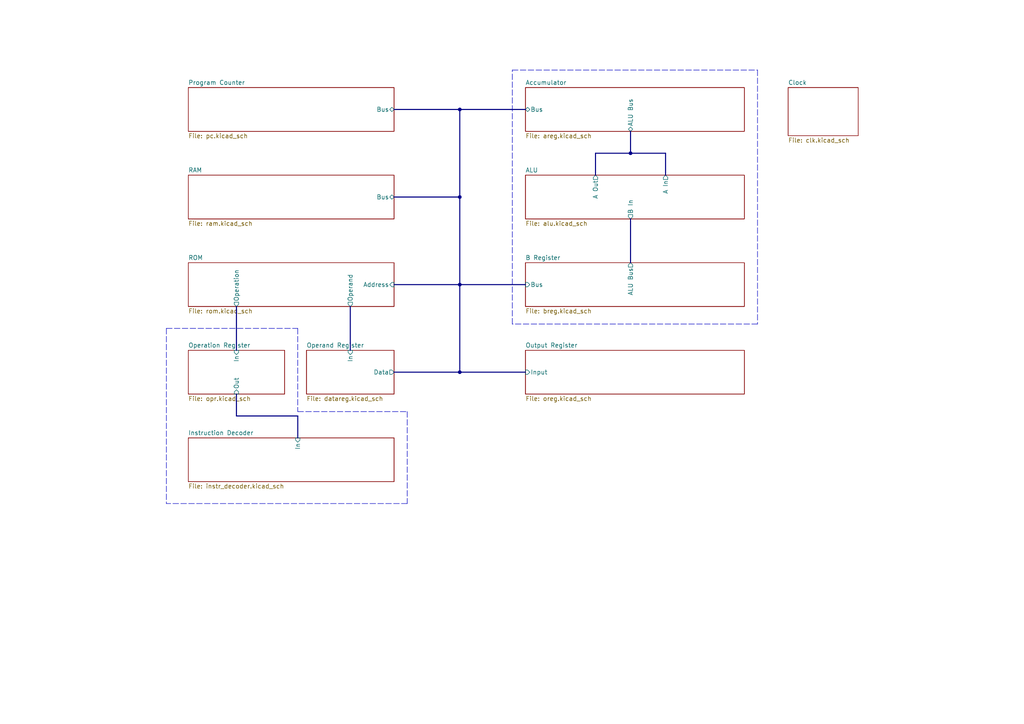
<source format=kicad_sch>
(kicad_sch (version 20211123) (generator eeschema)
  (paper "A4")
  (lib_symbols)
  (junction (at 133.35 107.95))
  (junction (at 133.35 82.55))
  (junction (at 182.88 44.45))
  (junction (at 133.35 31.75))
  (junction (at 133.35 57.15))
  (bus (pts (xy 133.35 57.15) (xy 133.35 82.55)))
  (bus (pts (xy 133.35 82.55) (xy 152.4 82.55)))
  (polyline (pts (xy 118.11 119.38) (xy 118.11 146.05)))
  (bus (pts (xy 182.88 63.5) (xy 182.88 76.2)))
  (polyline (pts (xy 148.59 93.98) (xy 148.59 20.32)))
  (bus (pts (xy 114.3 31.75) (xy 133.35 31.75)))
  (bus (pts (xy 193.04 50.8) (xy 193.04 44.45)))
  (polyline (pts (xy 48.26 95.25) (xy 48.26 146.05)))
  (bus (pts (xy 68.58 114.3) (xy 68.58 120.65)))
  (bus (pts (xy 182.88 38.1) (xy 182.88 44.45)))
  (bus (pts (xy 68.58 120.65) (xy 86.36 120.65)))
  (polyline (pts (xy 219.71 20.32) (xy 219.71 93.98)))
  (bus (pts (xy 133.35 107.95) (xy 152.4 107.95)))
  (polyline (pts (xy 219.71 93.98) (xy 148.59 93.98)))
  (bus (pts (xy 172.72 44.45) (xy 172.72 50.8)))
  (polyline (pts (xy 118.11 146.05) (xy 48.26 146.05)))
  (bus (pts (xy 182.88 44.45) (xy 172.72 44.45)))
  (bus (pts (xy 133.35 82.55) (xy 133.35 107.95)))
  (bus (pts (xy 193.04 44.45) (xy 182.88 44.45)))
  (bus (pts (xy 114.3 107.95) (xy 133.35 107.95)))
  (bus (pts (xy 114.3 57.15) (xy 133.35 57.15)))
  (bus (pts (xy 101.6 88.9) (xy 101.6 101.6)))
  (bus (pts (xy 86.36 120.65) (xy 86.36 127)))
  (polyline (pts (xy 86.36 95.25) (xy 86.36 119.38)))
  (polyline (pts (xy 148.59 20.32) (xy 219.71 20.32)))
  (bus (pts (xy 133.35 31.75) (xy 133.35 57.15)))
  (polyline (pts (xy 48.26 95.25) (xy 86.36 95.25)))
  (polyline (pts (xy 86.36 119.38) (xy 118.11 119.38)))
  (bus (pts (xy 133.35 31.75) (xy 152.4 31.75)))
  (bus (pts (xy 114.3 82.55) (xy 133.35 82.55)))
  (bus (pts (xy 68.58 88.9) (xy 68.58 101.6)))
  (sheet (at 152.4 101.6) (size 63.5 12.7) (stroke (width 0.1524))
    (property "Sheet name" "Output Register" (at 152.4 100.8884 0) (effects (justify left bottom)))
    (property "Sheet file" "oreg.kicad_sch" (at 152.4 114.8846 0) (effects (justify left top)))
    (pin "Input" input (at 152.4 107.95 180))
  )
  (sheet (at 88.9 101.6) (size 25.4 12.7) (stroke (width 0.1524))
    (property "Sheet name" "Operand Register" (at 88.9 100.8884 0) (effects (justify left bottom)))
    (property "Sheet file" "datareg.kicad_sch" (at 88.9 114.8846 0) (effects (justify left top)))
    (pin "Data" output (at 114.3 107.95 0))
    (pin "In" input (at 101.6 101.6 90))
  )
  (sheet (at 228.6 25.4) (size 20.32 13.97) (stroke (width 0.1524))
    (property "Sheet name" "Clock" (at 228.6 24.6884 0) (effects (justify left bottom)))
    (property "Sheet file" "clk.kicad_sch" (at 228.6 39.9546 0) (effects (justify left top)))
  )
  (sheet (at 152.4 76.2) (size 63.5 12.7) (stroke (width 0.1524))
    (property "Sheet name" "B Register" (at 152.4 75.4884 0) (effects (justify left bottom)))
    (property "Sheet file" "breg.kicad_sch" (at 152.4 89.4846 0) (effects (justify left top)))
    (pin "Bus" input (at 152.4 82.55 180))
    (pin "ALU Bus" output (at 182.88 76.2 90))
  )
  (sheet (at 54.61 25.4) (size 59.69 12.7) (stroke (width 0.1524))
    (property "Sheet name" "Program Counter" (at 54.61 24.6884 0) (effects (justify left bottom)))
    (property "Sheet file" "pc.kicad_sch" (at 54.61 38.6846 0) (effects (justify left top)))
    (pin "Bus" bidirectional (at 114.3 31.75 0))
  )
  (sheet (at 54.61 127) (size 59.69 12.7) (stroke (width 0.1524))
    (property "Sheet name" "Instruction Decoder" (at 54.61 126.2884 0) (effects (justify left bottom)))
    (property "Sheet file" "instr_decoder.kicad_sch" (at 54.61 140.2846 0) (effects (justify left top)))
    (pin "In" input (at 86.36 127 90))
  )
  (sheet (at 54.61 76.2) (size 59.69 12.7) (stroke (width 0.1524))
    (property "Sheet name" "ROM" (at 54.61 75.4884 0) (effects (justify left bottom)))
    (property "Sheet file" "rom.kicad_sch" (at 54.61 89.4846 0) (effects (justify left top)))
    (pin "Address" input (at 114.3 82.55 0))
    (pin "Operation" output (at 68.58 88.9 270))
    (pin "Operand" output (at 101.6 88.9 270))
  )
  (sheet (at 152.4 25.4) (size 63.5 12.7) (stroke (width 0.1524))
    (property "Sheet name" "Accumulator" (at 152.4 24.6884 0) (effects (justify left bottom)))
    (property "Sheet file" "areg.kicad_sch" (at 152.4 38.6846 0) (effects (justify left top)))
    (pin "Bus" bidirectional (at 152.4 31.75 180))
    (pin "ALU Bus" bidirectional (at 182.88 38.1 270))
  )
  (sheet (at 152.4 50.8) (size 63.5 12.7) (stroke (width 0.1524))
    (property "Sheet name" "ALU" (at 152.4 50.0884 0) (effects (justify left bottom)))
    (property "Sheet file" "alu.kicad_sch" (at 152.4 64.0846 0) (effects (justify left top)))
    (pin "B In" output (at 182.88 63.5 270))
    (pin "A Out" output (at 172.72 50.8 90))
    (pin "A In" output (at 193.04 50.8 90))
  )
  (sheet (at 54.61 101.6) (size 27.94 12.7) (stroke (width 0.1524))
    (property "Sheet name" "Operation Register" (at 54.61 100.8884 0) (effects (justify left bottom)))
    (property "Sheet file" "opr.kicad_sch" (at 54.61 114.8846 0) (effects (justify left top)))
    (pin "In" input (at 68.58 101.6 90))
    (pin "Out" input (at 68.58 114.3 270))
  )
  (sheet (at 54.61 50.8) (size 59.69 12.7) (stroke (width 0.1524))
    (property "Sheet name" "RAM" (at 54.61 50.0884 0) (effects (justify left bottom)))
    (property "Sheet file" "ram.kicad_sch" (at 54.61 64.0846 0) (effects (justify left top)))
    (pin "Bus" bidirectional (at 114.3 57.15 0))
  )
)
</source>
